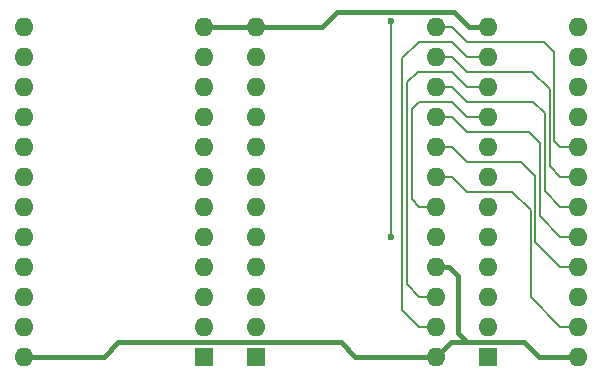
<source format=gbr>
%TF.GenerationSoftware,KiCad,Pcbnew,8.0.7*%
%TF.CreationDate,2025-03-21T13:40:33-04:00*%
%TF.ProjectId,TRS2_SOU_PATCH,54525332-5f53-44f5-955f-50415443482e,rev?*%
%TF.SameCoordinates,Original*%
%TF.FileFunction,Copper,L2,Bot*%
%TF.FilePolarity,Positive*%
%FSLAX46Y46*%
G04 Gerber Fmt 4.6, Leading zero omitted, Abs format (unit mm)*
G04 Created by KiCad (PCBNEW 8.0.7) date 2025-03-21 13:40:33*
%MOMM*%
%LPD*%
G01*
G04 APERTURE LIST*
%TA.AperFunction,ComponentPad*%
%ADD10R,1.600000X1.600000*%
%TD*%
%TA.AperFunction,ComponentPad*%
%ADD11O,1.600000X1.600000*%
%TD*%
%TA.AperFunction,ViaPad*%
%ADD12C,0.600000*%
%TD*%
%TA.AperFunction,Conductor*%
%ADD13C,0.200000*%
%TD*%
%TA.AperFunction,Conductor*%
%ADD14C,0.400000*%
%TD*%
G04 APERTURE END LIST*
D10*
%TO.P,U2,1,A7*%
%TO.N,/A7*%
X152440000Y-78750000D03*
D11*
%TO.P,U2,2,A6*%
%TO.N,/A6*%
X152440000Y-76210000D03*
%TO.P,U2,3,A5*%
%TO.N,/A5*%
X152440000Y-73670000D03*
%TO.P,U2,4,A4*%
%TO.N,/A4*%
X152440000Y-71130000D03*
%TO.P,U2,5,A3*%
%TO.N,/A3*%
X152440000Y-68590000D03*
%TO.P,U2,6,A2*%
%TO.N,/A2*%
X152440000Y-66050000D03*
%TO.P,U2,7,A1*%
%TO.N,/A1*%
X152440000Y-63510000D03*
%TO.P,U2,8,A0*%
%TO.N,/A0*%
X152440000Y-60970000D03*
%TO.P,U2,9,D0*%
%TO.N,/D0*%
X152440000Y-58430000D03*
%TO.P,U2,10,D1*%
%TO.N,/D1*%
X152440000Y-55890000D03*
%TO.P,U2,11,D2*%
%TO.N,/D2*%
X152440000Y-53350000D03*
%TO.P,U2,12,GND*%
%TO.N,GND*%
X152440000Y-50810000D03*
%TO.P,U2,13,D3*%
%TO.N,/D3*%
X137200000Y-50810000D03*
%TO.P,U2,14,D4*%
%TO.N,/D4*%
X137200000Y-53350000D03*
%TO.P,U2,15,D5*%
%TO.N,/D5*%
X137200000Y-55890000D03*
%TO.P,U2,16,D6*%
%TO.N,/D6*%
X137200000Y-58430000D03*
%TO.P,U2,17,D7*%
%TO.N,/D7*%
X137200000Y-60970000D03*
%TO.P,U2,18,CE*%
%TO.N,unconnected-(U2-CE-Pad18)*%
X137200000Y-63510000D03*
%TO.P,U2,19,A10*%
%TO.N,/A10*%
X137200000Y-66050000D03*
%TO.P,U2,20,OE*%
%TO.N,/OE*%
X137200000Y-68590000D03*
%TO.P,U2,21,Vpp*%
%TO.N,unconnected-(U2-Vpp-Pad21)*%
X137200000Y-71130000D03*
%TO.P,U2,22,A9*%
%TO.N,/A9*%
X137200000Y-73670000D03*
%TO.P,U2,23,A8*%
%TO.N,/A8*%
X137200000Y-76210000D03*
%TO.P,U2,24,Vcc*%
%TO.N,+5V*%
X137200000Y-78750000D03*
%TD*%
D10*
%TO.P,U1,1,I/CLK*%
%TO.N,/A7*%
X176480000Y-78750000D03*
D11*
%TO.P,U1,2,I*%
%TO.N,/A6*%
X176480000Y-76210000D03*
%TO.P,U1,3,I*%
%TO.N,/A5*%
X176480000Y-73670000D03*
%TO.P,U1,4,I*%
%TO.N,/A4*%
X176480000Y-71130000D03*
%TO.P,U1,5,I*%
%TO.N,/A3*%
X176480000Y-68590000D03*
%TO.P,U1,6,I*%
%TO.N,/A2*%
X176480000Y-66050000D03*
%TO.P,U1,7,I*%
%TO.N,/A1*%
X176480000Y-63510000D03*
%TO.P,U1,8,I*%
%TO.N,/A0*%
X176480000Y-60970000D03*
%TO.P,U1,9,I*%
%TO.N,/A10*%
X176480000Y-58430000D03*
%TO.P,U1,10,I*%
%TO.N,/A9*%
X176480000Y-55890000D03*
%TO.P,U1,11,I*%
%TO.N,/A8*%
X176480000Y-53350000D03*
%TO.P,U1,12,GND*%
%TO.N,GND*%
X176480000Y-50810000D03*
%TO.P,U1,13,I*%
%TO.N,/OE*%
X184100000Y-50810000D03*
%TO.P,U1,14,I/O*%
%TO.N,/D2*%
X184100000Y-53350000D03*
%TO.P,U1,15,I/O*%
%TO.N,/D1*%
X184100000Y-55890000D03*
%TO.P,U1,16,I/O*%
%TO.N,/D0*%
X184100000Y-58430000D03*
%TO.P,U1,17,I/O*%
%TO.N,/D3*%
X184100000Y-60970000D03*
%TO.P,U1,18,I/O*%
%TO.N,/D4*%
X184100000Y-63510000D03*
%TO.P,U1,19,I/O*%
%TO.N,/D5*%
X184100000Y-66050000D03*
%TO.P,U1,20,I/O*%
%TO.N,/D6*%
X184100000Y-68590000D03*
%TO.P,U1,21,I/O*%
%TO.N,/D7*%
X184100000Y-71130000D03*
%TO.P,U1,22,I/O*%
%TO.N,unconnected-(U1-I{slash}O-Pad22)*%
X184100000Y-73670000D03*
%TO.P,U1,23,I/O*%
%TO.N,/CE2*%
X184100000Y-76210000D03*
%TO.P,U1,24,Vcc*%
%TO.N,+5V*%
X184100000Y-78750000D03*
%TD*%
D10*
%TO.P,U3,1,A7*%
%TO.N,/A7*%
X156840000Y-78750000D03*
D11*
%TO.P,U3,2,A6*%
%TO.N,/A6*%
X156840000Y-76210000D03*
%TO.P,U3,3,A5*%
%TO.N,/A5*%
X156840000Y-73670000D03*
%TO.P,U3,4,A4*%
%TO.N,/A4*%
X156840000Y-71130000D03*
%TO.P,U3,5,A3*%
%TO.N,/A3*%
X156840000Y-68590000D03*
%TO.P,U3,6,A2*%
%TO.N,/A2*%
X156840000Y-66050000D03*
%TO.P,U3,7,A1*%
%TO.N,/A1*%
X156840000Y-63510000D03*
%TO.P,U3,8,A0*%
%TO.N,/A0*%
X156840000Y-60970000D03*
%TO.P,U3,9,D0*%
%TO.N,/D0*%
X156840000Y-58430000D03*
%TO.P,U3,10,D1*%
%TO.N,/D1*%
X156840000Y-55890000D03*
%TO.P,U3,11,D2*%
%TO.N,/D2*%
X156840000Y-53350000D03*
%TO.P,U3,12,GND*%
%TO.N,GND*%
X156840000Y-50810000D03*
%TO.P,U3,13,D3*%
%TO.N,/D3*%
X172080000Y-50810000D03*
%TO.P,U3,14,D4*%
%TO.N,/D4*%
X172080000Y-53350000D03*
%TO.P,U3,15,D5*%
%TO.N,/D5*%
X172080000Y-55890000D03*
%TO.P,U3,16,D6*%
%TO.N,/D6*%
X172080000Y-58430000D03*
%TO.P,U3,17,D7*%
%TO.N,/D7*%
X172080000Y-60970000D03*
%TO.P,U3,18,CE*%
%TO.N,/CE2*%
X172080000Y-63510000D03*
%TO.P,U3,19,A10*%
%TO.N,/A10*%
X172080000Y-66050000D03*
%TO.P,U3,20,OE*%
%TO.N,/OE*%
X172080000Y-68590000D03*
%TO.P,U3,21,Vpp*%
%TO.N,+5V*%
X172080000Y-71130000D03*
%TO.P,U3,22,A9*%
%TO.N,/A9*%
X172080000Y-73670000D03*
%TO.P,U3,23,A8*%
%TO.N,/A8*%
X172080000Y-76210000D03*
%TO.P,U3,24,Vcc*%
%TO.N,+5V*%
X172080000Y-78750000D03*
%TD*%
D12*
%TO.N,/OE*%
X168275000Y-68580000D03*
X168275000Y-50292000D03*
%TD*%
D13*
%TO.N,/A9*%
X169653000Y-72625000D02*
X169653000Y-55518000D01*
X172080000Y-73670000D02*
X170698000Y-73670000D01*
X173482000Y-54610000D02*
X174762000Y-55890000D01*
X170698000Y-73670000D02*
X169653000Y-72625000D01*
X169653000Y-55518000D02*
X170561000Y-54610000D01*
X170561000Y-54610000D02*
X173482000Y-54610000D01*
X174762000Y-55890000D02*
X176480000Y-55890000D01*
D14*
%TO.N,GND*%
X156840000Y-50810000D02*
X152440000Y-50810000D01*
X162423000Y-50810000D02*
X156840000Y-50810000D01*
X173609000Y-49530000D02*
X163703000Y-49530000D01*
X176480000Y-50810000D02*
X174889000Y-50810000D01*
X163703000Y-49530000D02*
X162423000Y-50810000D01*
X174889000Y-50810000D02*
X173609000Y-49530000D01*
D13*
%TO.N,/CE2*%
X174752000Y-64770000D02*
X173492000Y-63510000D01*
X184100000Y-76210000D02*
X182636000Y-76210000D01*
X182636000Y-76210000D02*
X180118000Y-73692000D01*
X178562000Y-64770000D02*
X174752000Y-64770000D01*
X180118000Y-66326000D02*
X178562000Y-64770000D01*
X180118000Y-73692000D02*
X180118000Y-66326000D01*
X173492000Y-63510000D02*
X172080000Y-63510000D01*
%TO.N,/A8*%
X173482000Y-52070000D02*
X170688000Y-52070000D01*
X170698000Y-76210000D02*
X172080000Y-76210000D01*
X169253000Y-53505000D02*
X169253000Y-74765000D01*
X169253000Y-74765000D02*
X170698000Y-76210000D01*
X174762000Y-53350000D02*
X173482000Y-52070000D01*
X176480000Y-53350000D02*
X174762000Y-53350000D01*
X170688000Y-52070000D02*
X169253000Y-53505000D01*
%TO.N,/A10*%
X170053000Y-65405000D02*
X170053000Y-57785000D01*
X174762000Y-58430000D02*
X176480000Y-58430000D01*
X170688000Y-57150000D02*
X173482000Y-57150000D01*
X170053000Y-57785000D02*
X170688000Y-57150000D01*
X172080000Y-66050000D02*
X170698000Y-66050000D01*
X170698000Y-66050000D02*
X170053000Y-65405000D01*
X173482000Y-57150000D02*
X174762000Y-58430000D01*
D14*
%TO.N,+5V*%
X144008000Y-78750000D02*
X137200000Y-78750000D01*
X173360000Y-77470000D02*
X172080000Y-78750000D01*
X174752000Y-77470000D02*
X173990000Y-76708000D01*
X173990000Y-76708000D02*
X173990000Y-71882000D01*
X164037000Y-77550000D02*
X145208000Y-77550000D01*
X184100000Y-78750000D02*
X180858000Y-78750000D01*
X145208000Y-77550000D02*
X144008000Y-78750000D01*
X173238000Y-71130000D02*
X172080000Y-71130000D01*
X173990000Y-71882000D02*
X173238000Y-71130000D01*
X180858000Y-78750000D02*
X179578000Y-77470000D01*
X172080000Y-78750000D02*
X165237000Y-78750000D01*
X165237000Y-78750000D02*
X164037000Y-77550000D01*
X179578000Y-77470000D02*
X174752000Y-77470000D01*
X174752000Y-77470000D02*
X173360000Y-77470000D01*
D13*
%TO.N,/D7*%
X174752000Y-62230000D02*
X173492000Y-60970000D01*
X184100000Y-71130000D02*
X182636000Y-71130000D01*
X180518000Y-63424000D02*
X179324000Y-62230000D01*
X179324000Y-62230000D02*
X174752000Y-62230000D01*
X173492000Y-60970000D02*
X172080000Y-60970000D01*
X182636000Y-71130000D02*
X180518000Y-69012000D01*
X180518000Y-69012000D02*
X180518000Y-63424000D01*
%TO.N,/D4*%
X184100000Y-63510000D02*
X182636000Y-63510000D01*
X181718000Y-56115000D02*
X180213000Y-54610000D01*
X180213000Y-54610000D02*
X174752000Y-54610000D01*
X173492000Y-53350000D02*
X172080000Y-53350000D01*
X182636000Y-63510000D02*
X181718000Y-62592000D01*
X174752000Y-54610000D02*
X173492000Y-53350000D01*
X181718000Y-62592000D02*
X181718000Y-56115000D01*
%TO.N,/OE*%
X168275000Y-68453000D02*
X168275000Y-51562000D01*
X168275000Y-51562000D02*
X168275000Y-50292000D01*
X168275000Y-68580000D02*
X168275000Y-68453000D01*
%TO.N,/D3*%
X181229000Y-52070000D02*
X182118000Y-52959000D01*
X172080000Y-50810000D02*
X173492000Y-50810000D01*
X174752000Y-52070000D02*
X181229000Y-52070000D01*
X182118000Y-60452000D02*
X182636000Y-60970000D01*
X173492000Y-50810000D02*
X174752000Y-52070000D01*
X182636000Y-60970000D02*
X184100000Y-60970000D01*
X182118000Y-52959000D02*
X182118000Y-60452000D01*
%TO.N,/D5*%
X182636000Y-66050000D02*
X181318000Y-64732000D01*
X180340000Y-57150000D02*
X174752000Y-57150000D01*
X184100000Y-66050000D02*
X182636000Y-66050000D01*
X174752000Y-57150000D02*
X173492000Y-55890000D01*
X181318000Y-58128000D02*
X180340000Y-57150000D01*
X181318000Y-64732000D02*
X181318000Y-58128000D01*
X173492000Y-55890000D02*
X172080000Y-55890000D01*
%TO.N,/D6*%
X184100000Y-68590000D02*
X182636000Y-68590000D01*
X173492000Y-58430000D02*
X172080000Y-58430000D01*
X182636000Y-68590000D02*
X180918000Y-66872000D01*
X179959000Y-59690000D02*
X174752000Y-59690000D01*
X174752000Y-59690000D02*
X173492000Y-58430000D01*
X180918000Y-66872000D02*
X180918000Y-60649000D01*
X180918000Y-60649000D02*
X179959000Y-59690000D01*
%TD*%
M02*

</source>
